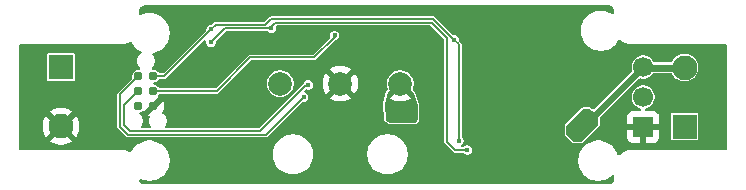
<source format=gbr>
%TF.GenerationSoftware,KiCad,Pcbnew,9.0.2*%
%TF.CreationDate,2025-07-09T21:54:35+02:00*%
%TF.ProjectId,drone_controller,64726f6e-655f-4636-9f6e-74726f6c6c65,rev?*%
%TF.SameCoordinates,Original*%
%TF.FileFunction,Copper,L2,Bot*%
%TF.FilePolarity,Positive*%
%FSLAX46Y46*%
G04 Gerber Fmt 4.6, Leading zero omitted, Abs format (unit mm)*
G04 Created by KiCad (PCBNEW 9.0.2) date 2025-07-09 21:54:35*
%MOMM*%
%LPD*%
G01*
G04 APERTURE LIST*
%TA.AperFunction,ComponentPad*%
%ADD10R,2.100000X2.100000*%
%TD*%
%TA.AperFunction,ComponentPad*%
%ADD11C,2.100000*%
%TD*%
%TA.AperFunction,ComponentPad*%
%ADD12R,1.700000X1.700000*%
%TD*%
%TA.AperFunction,ComponentPad*%
%ADD13C,1.700000*%
%TD*%
%TA.AperFunction,ComponentPad*%
%ADD14C,2.000000*%
%TD*%
%TA.AperFunction,ConnectorPad*%
%ADD15C,0.787400*%
%TD*%
%TA.AperFunction,ViaPad*%
%ADD16C,0.450000*%
%TD*%
%TA.AperFunction,ViaPad*%
%ADD17C,0.900000*%
%TD*%
%TA.AperFunction,Conductor*%
%ADD18C,0.200000*%
%TD*%
%TA.AperFunction,Conductor*%
%ADD19C,0.600000*%
%TD*%
G04 APERTURE END LIST*
D10*
%TO.P,J4,1,1*%
%TO.N,/DET_OUT+*%
X126700000Y-107100000D03*
D11*
%TO.P,J4,2,2*%
%TO.N,GND*%
X126700000Y-112100000D03*
%TD*%
D12*
%TO.P,J1,1,Pin_1*%
%TO.N,GND*%
X176000000Y-112160000D03*
D13*
%TO.P,J1,2,Pin_2*%
%TO.N,/IN1*%
X176000000Y-109620000D03*
%TO.P,J1,3,Pin_3*%
%TO.N,/5V0*%
X176000000Y-107080000D03*
%TD*%
D10*
%TO.P,J3,1,1*%
%TO.N,/IN2*%
X179500000Y-112120000D03*
D11*
%TO.P,J3,2,2*%
%TO.N,/5V0*%
X179500000Y-107120000D03*
%TD*%
D14*
%TO.P,SW1,1,B*%
%TO.N,/FET_5V0*%
X145270000Y-108475000D03*
%TO.P,SW1,2,A*%
%TO.N,/5V0*%
X155430000Y-108475000D03*
%TO.P,SW1,3,C*%
%TO.N,GND*%
X150350000Y-108475000D03*
%TD*%
D15*
%TO.P,J2,1,VCC*%
%TO.N,/3V3*%
X134535000Y-107830000D03*
%TO.P,J2,2,SWDIO*%
%TO.N,/SWDIO*%
X133265000Y-107830000D03*
%TO.P,J2,3,~{RESET}*%
%TO.N,/NRST*%
X134535000Y-109100000D03*
%TO.P,J2,4,SWCLK*%
%TO.N,/SWCLK*%
X133265000Y-109100000D03*
%TO.P,J2,5,GND*%
%TO.N,GND*%
X134535000Y-110370000D03*
%TO.P,J2,6,SWO*%
%TO.N,unconnected-(J2-SWO-Pad6)*%
X133265000Y-110370000D03*
%TD*%
D16*
%TO.N,GND*%
X158100000Y-106700000D03*
X141700000Y-105800000D03*
D17*
X170000000Y-115700000D03*
D16*
X154100000Y-104100000D03*
D17*
X170000000Y-109000000D03*
D16*
X154200000Y-106700000D03*
D17*
X170000000Y-107900000D03*
X170000000Y-110200000D03*
D16*
X136500000Y-108000000D03*
X143700000Y-109800000D03*
X143000000Y-107600000D03*
D17*
X170000000Y-114400000D03*
D16*
%TO.N,Net-(BUZZER1--)*%
X139400000Y-105000000D03*
X144520000Y-103810000D03*
X161100000Y-114100000D03*
%TO.N,/3V3*%
X139400000Y-103900000D03*
X160400000Y-113300000D03*
X160000000Y-104770000D03*
D17*
%TO.N,/5V0*%
X156200000Y-110800000D03*
X154900000Y-110800000D03*
X171500000Y-111600000D03*
X170500000Y-112700000D03*
D16*
%TO.N,/NRST*%
X149870000Y-104400000D03*
%TO.N,/SWDIO*%
X147240000Y-109630000D03*
%TO.N,/SWCLK*%
X147640000Y-108590000D03*
%TD*%
D18*
%TO.N,Net-(BUZZER1--)*%
X159400000Y-113400000D02*
X159400000Y-104633862D01*
X140590000Y-103810000D02*
X139400000Y-105000000D01*
X144520000Y-103660000D02*
X144520000Y-103810000D01*
X160100000Y-114100000D02*
X159400000Y-113400000D01*
X161100000Y-114100000D02*
X160100000Y-114100000D01*
X158094138Y-103328000D02*
X144852000Y-103328000D01*
X144852000Y-103328000D02*
X144520000Y-103660000D01*
X159400000Y-104633862D02*
X158094138Y-103328000D01*
X144520000Y-103810000D02*
X140590000Y-103810000D01*
%TO.N,/3V3*%
X135470000Y-107830000D02*
X134535000Y-107830000D01*
X139400000Y-103900000D02*
X139818000Y-103482000D01*
X144018000Y-103482000D02*
X144500000Y-103000000D01*
X139818000Y-103482000D02*
X144018000Y-103482000D01*
X144500000Y-103000000D02*
X158230000Y-103000000D01*
X158230000Y-103000000D02*
X160000000Y-104770000D01*
X139400000Y-103900000D02*
X135470000Y-107830000D01*
X160400000Y-113300000D02*
X160400000Y-105170000D01*
X160400000Y-105170000D02*
X160000000Y-104770000D01*
D19*
%TO.N,/5V0*%
X175570000Y-107080000D02*
X176000000Y-107080000D01*
X179500000Y-107120000D02*
X176040000Y-107120000D01*
X176000000Y-107100000D02*
X171500000Y-111600000D01*
X179460000Y-107080000D02*
X179500000Y-107120000D01*
X176040000Y-107120000D02*
X176000000Y-107080000D01*
X176000000Y-107080000D02*
X176000000Y-107100000D01*
D18*
%TO.N,/NRST*%
X149870000Y-104530000D02*
X148150000Y-106250000D01*
X142750000Y-106250000D02*
X139900000Y-109100000D01*
X139900000Y-109100000D02*
X134535000Y-109100000D01*
X149870000Y-104400000D02*
X149870000Y-104530000D01*
X148150000Y-106250000D02*
X142750000Y-106250000D01*
%TO.N,/SWDIO*%
X147240000Y-109630000D02*
X144051700Y-112818300D01*
X144051700Y-112818300D02*
X132395932Y-112818300D01*
X131705700Y-109389300D02*
X133265000Y-107830000D01*
X132395932Y-112818300D02*
X131705700Y-112128068D01*
X131705700Y-112128068D02*
X131705700Y-109389300D01*
%TO.N,/SWCLK*%
X147640000Y-108590000D02*
X147458341Y-108590000D01*
X132531794Y-112490300D02*
X132033700Y-111992206D01*
X143558041Y-112490300D02*
X132531794Y-112490300D01*
X132033700Y-111992206D02*
X132033700Y-110331300D01*
X147458341Y-108590000D02*
X143558041Y-112490300D01*
X132033700Y-110331300D02*
X133265000Y-109100000D01*
%TD*%
%TA.AperFunction,Conductor*%
%TO.N,GND*%
G36*
X173056922Y-101858396D02*
G01*
X173147266Y-101868576D01*
X173174324Y-101874751D01*
X173253541Y-101902470D01*
X173278546Y-101914513D01*
X173325729Y-101944161D01*
X173349597Y-101959159D01*
X173371304Y-101976470D01*
X173430633Y-102035799D01*
X173447947Y-102057510D01*
X173492587Y-102128557D01*
X173504634Y-102153573D01*
X173532347Y-102232773D01*
X173538526Y-102259847D01*
X173548682Y-102350006D01*
X173549461Y-102363884D01*
X173549461Y-102394147D01*
X173549461Y-102423001D01*
X173549461Y-102423003D01*
X173549462Y-102432995D01*
X173549462Y-102487132D01*
X173529777Y-102554171D01*
X173476973Y-102599926D01*
X173407815Y-102609870D01*
X173349983Y-102585514D01*
X173346780Y-102583056D01*
X173346776Y-102583054D01*
X173346774Y-102583052D01*
X173153726Y-102471595D01*
X173153722Y-102471593D01*
X172947790Y-102386293D01*
X172947783Y-102386291D01*
X172947781Y-102386290D01*
X172732463Y-102328596D01*
X172732457Y-102328595D01*
X172732452Y-102328594D01*
X172511466Y-102299501D01*
X172511463Y-102299500D01*
X172511457Y-102299500D01*
X172288543Y-102299500D01*
X172288537Y-102299500D01*
X172288533Y-102299501D01*
X172067547Y-102328594D01*
X172067540Y-102328595D01*
X172067537Y-102328596D01*
X171935840Y-102363884D01*
X171852219Y-102386290D01*
X171852209Y-102386293D01*
X171646277Y-102471593D01*
X171646273Y-102471595D01*
X171453226Y-102583052D01*
X171453217Y-102583058D01*
X171276377Y-102718751D01*
X171276370Y-102718757D01*
X171118757Y-102876370D01*
X171118751Y-102876377D01*
X170983058Y-103053217D01*
X170983052Y-103053226D01*
X170871595Y-103246273D01*
X170871593Y-103246277D01*
X170786293Y-103452209D01*
X170786290Y-103452219D01*
X170732201Y-103654085D01*
X170728597Y-103667534D01*
X170728594Y-103667547D01*
X170699501Y-103888533D01*
X170699500Y-103888549D01*
X170699500Y-104111450D01*
X170699501Y-104111466D01*
X170728594Y-104332452D01*
X170728595Y-104332457D01*
X170728596Y-104332463D01*
X170786290Y-104547780D01*
X170786293Y-104547790D01*
X170869136Y-104747790D01*
X170871595Y-104753726D01*
X170983052Y-104946774D01*
X170983057Y-104946780D01*
X170983058Y-104946782D01*
X171118751Y-105123622D01*
X171118757Y-105123629D01*
X171276370Y-105281242D01*
X171276377Y-105281248D01*
X171396219Y-105373205D01*
X171453226Y-105416948D01*
X171646274Y-105528405D01*
X171852219Y-105613710D01*
X172067537Y-105671404D01*
X172288543Y-105700500D01*
X172288550Y-105700500D01*
X172511450Y-105700500D01*
X172511457Y-105700500D01*
X172732463Y-105671404D01*
X172947781Y-105613710D01*
X173153726Y-105528405D01*
X173346774Y-105416948D01*
X173523624Y-105281247D01*
X173681247Y-105123624D01*
X173816948Y-104946774D01*
X173899018Y-104804626D01*
X173949585Y-104756410D01*
X174018192Y-104743188D01*
X174083057Y-104769156D01*
X174087604Y-104772910D01*
X174148454Y-104825641D01*
X174329022Y-104941692D01*
X174524268Y-105030863D01*
X174730217Y-105091339D01*
X174942677Y-105121888D01*
X174984108Y-105121888D01*
X182970531Y-105121888D01*
X183037570Y-105141573D01*
X183083325Y-105194377D01*
X183094531Y-105245888D01*
X183094531Y-113983478D01*
X183074846Y-114050517D01*
X183022042Y-114096272D01*
X182970531Y-114107478D01*
X175101378Y-114107478D01*
X175101324Y-114107462D01*
X175050000Y-114107462D01*
X174942678Y-114107462D01*
X174923206Y-114110261D01*
X174730223Y-114138007D01*
X174730217Y-114138009D01*
X174524268Y-114198482D01*
X174363650Y-114271836D01*
X174330273Y-114287080D01*
X174329031Y-114287647D01*
X174329018Y-114287653D01*
X174148460Y-114403692D01*
X174148448Y-114403700D01*
X174015942Y-114518520D01*
X173952387Y-114547546D01*
X173883228Y-114537603D01*
X173830424Y-114491848D01*
X173814964Y-114456899D01*
X173813712Y-114452226D01*
X173813706Y-114452209D01*
X173750784Y-114300302D01*
X173728405Y-114246274D01*
X173616948Y-114053226D01*
X173481247Y-113876376D01*
X173481242Y-113876370D01*
X173323629Y-113718757D01*
X173323622Y-113718751D01*
X173146782Y-113583058D01*
X173146780Y-113583057D01*
X173146774Y-113583052D01*
X172953726Y-113471595D01*
X172953722Y-113471593D01*
X172747790Y-113386293D01*
X172747783Y-113386291D01*
X172747781Y-113386290D01*
X172532463Y-113328596D01*
X172532457Y-113328595D01*
X172532452Y-113328594D01*
X172311466Y-113299501D01*
X172311463Y-113299500D01*
X172311457Y-113299500D01*
X172088543Y-113299500D01*
X172088537Y-113299500D01*
X172088533Y-113299501D01*
X171867547Y-113328594D01*
X171867540Y-113328595D01*
X171867537Y-113328596D01*
X171747413Y-113360783D01*
X171652219Y-113386290D01*
X171652209Y-113386293D01*
X171446277Y-113471593D01*
X171446273Y-113471595D01*
X171253226Y-113583052D01*
X171253217Y-113583058D01*
X171076377Y-113718751D01*
X171076370Y-113718757D01*
X170918757Y-113876370D01*
X170918751Y-113876377D01*
X170783058Y-114053217D01*
X170783052Y-114053226D01*
X170671595Y-114246273D01*
X170671593Y-114246277D01*
X170586293Y-114452209D01*
X170586290Y-114452219D01*
X170573354Y-114500499D01*
X170528597Y-114667534D01*
X170528594Y-114667547D01*
X170499501Y-114888533D01*
X170499500Y-114888549D01*
X170499500Y-115111450D01*
X170499501Y-115111466D01*
X170528594Y-115332452D01*
X170528595Y-115332457D01*
X170528596Y-115332463D01*
X170586290Y-115547780D01*
X170586293Y-115547790D01*
X170671593Y-115753722D01*
X170671595Y-115753726D01*
X170783052Y-115946774D01*
X170783057Y-115946780D01*
X170783058Y-115946782D01*
X170918751Y-116123622D01*
X170918757Y-116123629D01*
X171076370Y-116281242D01*
X171076377Y-116281248D01*
X171126668Y-116319837D01*
X171253226Y-116416948D01*
X171446274Y-116528405D01*
X171652219Y-116613710D01*
X171867537Y-116671404D01*
X172088543Y-116700500D01*
X172088550Y-116700500D01*
X172311450Y-116700500D01*
X172311457Y-116700500D01*
X172532463Y-116671404D01*
X172747781Y-116613710D01*
X172953726Y-116528405D01*
X173146774Y-116416948D01*
X173323624Y-116281247D01*
X173324409Y-116280462D01*
X173337781Y-116267091D01*
X173357217Y-116256478D01*
X173373951Y-116241978D01*
X173387282Y-116240061D01*
X173399104Y-116233606D01*
X173421190Y-116235185D01*
X173443109Y-116232034D01*
X173455360Y-116237629D01*
X173468796Y-116238590D01*
X173486522Y-116251860D01*
X173506665Y-116261059D01*
X173513947Y-116272390D01*
X173524729Y-116280462D01*
X173532466Y-116301207D01*
X173544439Y-116319837D01*
X173547590Y-116341755D01*
X173549146Y-116345926D01*
X173549462Y-116354772D01*
X173549462Y-116500034D01*
X173548669Y-116514031D01*
X173538330Y-116605037D01*
X173532063Y-116632285D01*
X173503947Y-116712001D01*
X173491730Y-116737157D01*
X173446462Y-116808551D01*
X173428922Y-116830327D01*
X173368808Y-116889763D01*
X173346836Y-116907054D01*
X173274940Y-116951507D01*
X173249647Y-116963438D01*
X173169610Y-116990652D01*
X173142292Y-116996611D01*
X173051033Y-117005932D01*
X173037046Y-117006566D01*
X172977044Y-117005894D01*
X172965004Y-117006616D01*
X133798770Y-117006616D01*
X133784777Y-117005824D01*
X133777492Y-117004996D01*
X133693768Y-116995487D01*
X133666521Y-116989220D01*
X133586788Y-116961101D01*
X133561635Y-116948887D01*
X133490237Y-116903622D01*
X133468462Y-116886086D01*
X133413324Y-116830327D01*
X133409016Y-116825969D01*
X133391726Y-116804002D01*
X133347257Y-116732090D01*
X133335318Y-116706775D01*
X133334692Y-116704933D01*
X133331758Y-116635125D01*
X133367031Y-116574812D01*
X133429312Y-116543144D01*
X133498827Y-116550175D01*
X133499378Y-116550401D01*
X133652219Y-116613710D01*
X133867537Y-116671404D01*
X134088543Y-116700500D01*
X134088550Y-116700500D01*
X134311450Y-116700500D01*
X134311457Y-116700500D01*
X134532463Y-116671404D01*
X134747781Y-116613710D01*
X134953726Y-116528405D01*
X135146774Y-116416948D01*
X135323624Y-116281247D01*
X135481247Y-116123624D01*
X135616948Y-115946774D01*
X135728405Y-115753726D01*
X135813710Y-115547781D01*
X135871404Y-115332463D01*
X135900500Y-115111457D01*
X135900500Y-114888543D01*
X135871404Y-114667537D01*
X135813710Y-114452219D01*
X135813705Y-114452209D01*
X135813704Y-114452203D01*
X135794954Y-114406936D01*
X135776982Y-114363549D01*
X144649500Y-114363549D01*
X144649500Y-114586450D01*
X144649501Y-114586466D01*
X144678594Y-114807452D01*
X144678595Y-114807457D01*
X144678596Y-114807463D01*
X144736290Y-115022780D01*
X144736293Y-115022790D01*
X144821593Y-115228722D01*
X144821595Y-115228726D01*
X144933052Y-115421774D01*
X144933057Y-115421780D01*
X144933058Y-115421782D01*
X145068751Y-115598622D01*
X145068757Y-115598629D01*
X145226370Y-115756242D01*
X145226376Y-115756247D01*
X145403226Y-115891948D01*
X145596274Y-116003405D01*
X145802219Y-116088710D01*
X146017537Y-116146404D01*
X146238543Y-116175500D01*
X146238550Y-116175500D01*
X146461450Y-116175500D01*
X146461457Y-116175500D01*
X146682463Y-116146404D01*
X146897781Y-116088710D01*
X147103726Y-116003405D01*
X147296774Y-115891948D01*
X147473624Y-115756247D01*
X147631247Y-115598624D01*
X147766948Y-115421774D01*
X147878405Y-115228726D01*
X147963710Y-115022781D01*
X148021404Y-114807463D01*
X148050500Y-114586457D01*
X148050500Y-114363549D01*
X152649500Y-114363549D01*
X152649500Y-114586450D01*
X152649501Y-114586466D01*
X152678594Y-114807452D01*
X152678595Y-114807457D01*
X152678596Y-114807463D01*
X152736290Y-115022780D01*
X152736293Y-115022790D01*
X152821593Y-115228722D01*
X152821595Y-115228726D01*
X152933052Y-115421774D01*
X152933057Y-115421780D01*
X152933058Y-115421782D01*
X153068751Y-115598622D01*
X153068757Y-115598629D01*
X153226370Y-115756242D01*
X153226376Y-115756247D01*
X153403226Y-115891948D01*
X153596274Y-116003405D01*
X153802219Y-116088710D01*
X154017537Y-116146404D01*
X154238543Y-116175500D01*
X154238550Y-116175500D01*
X154461450Y-116175500D01*
X154461457Y-116175500D01*
X154682463Y-116146404D01*
X154897781Y-116088710D01*
X155103726Y-116003405D01*
X155296774Y-115891948D01*
X155473624Y-115756247D01*
X155631247Y-115598624D01*
X155766948Y-115421774D01*
X155878405Y-115228726D01*
X155963710Y-115022781D01*
X156021404Y-114807463D01*
X156050500Y-114586457D01*
X156050500Y-114363543D01*
X156021404Y-114142537D01*
X155963710Y-113927219D01*
X155878405Y-113721274D01*
X155766948Y-113528226D01*
X155721893Y-113469509D01*
X155631248Y-113351377D01*
X155631242Y-113351370D01*
X155473629Y-113193757D01*
X155473622Y-113193751D01*
X155296782Y-113058058D01*
X155296780Y-113058057D01*
X155296774Y-113058052D01*
X155103726Y-112946595D01*
X155103722Y-112946593D01*
X154897790Y-112861293D01*
X154897783Y-112861291D01*
X154897781Y-112861290D01*
X154682463Y-112803596D01*
X154682457Y-112803595D01*
X154682452Y-112803594D01*
X154461466Y-112774501D01*
X154461463Y-112774500D01*
X154461457Y-112774500D01*
X154238543Y-112774500D01*
X154238537Y-112774500D01*
X154238533Y-112774501D01*
X154017547Y-112803594D01*
X154017540Y-112803595D01*
X154017537Y-112803596D01*
X153887284Y-112838497D01*
X153802219Y-112861290D01*
X153802209Y-112861293D01*
X153596277Y-112946593D01*
X153596273Y-112946595D01*
X153403226Y-113058052D01*
X153403217Y-113058058D01*
X153226377Y-113193751D01*
X153226370Y-113193757D01*
X153068757Y-113351370D01*
X153068751Y-113351377D01*
X152933058Y-113528217D01*
X152933052Y-113528226D01*
X152821595Y-113721273D01*
X152821593Y-113721277D01*
X152736293Y-113927209D01*
X152736290Y-113927219D01*
X152678597Y-114142534D01*
X152678594Y-114142547D01*
X152649501Y-114363533D01*
X152649500Y-114363549D01*
X148050500Y-114363549D01*
X148050500Y-114363543D01*
X148021404Y-114142537D01*
X147963710Y-113927219D01*
X147878405Y-113721274D01*
X147766948Y-113528226D01*
X147721893Y-113469509D01*
X147631248Y-113351377D01*
X147631242Y-113351370D01*
X147473629Y-113193757D01*
X147473622Y-113193751D01*
X147296782Y-113058058D01*
X147296780Y-113058057D01*
X147296774Y-113058052D01*
X147103726Y-112946595D01*
X147103722Y-112946593D01*
X146897790Y-112861293D01*
X146897783Y-112861291D01*
X146897781Y-112861290D01*
X146682463Y-112803596D01*
X146682457Y-112803595D01*
X146682452Y-112803594D01*
X146461466Y-112774501D01*
X146461463Y-112774500D01*
X146461457Y-112774500D01*
X146238543Y-112774500D01*
X146238537Y-112774500D01*
X146238533Y-112774501D01*
X146017547Y-112803594D01*
X146017540Y-112803595D01*
X146017537Y-112803596D01*
X145887284Y-112838497D01*
X145802219Y-112861290D01*
X145802209Y-112861293D01*
X145596277Y-112946593D01*
X145596273Y-112946595D01*
X145403226Y-113058052D01*
X145403217Y-113058058D01*
X145226377Y-113193751D01*
X145226370Y-113193757D01*
X145068757Y-113351370D01*
X145068751Y-113351377D01*
X144933058Y-113528217D01*
X144933052Y-113528226D01*
X144821595Y-113721273D01*
X144821593Y-113721277D01*
X144736293Y-113927209D01*
X144736290Y-113927219D01*
X144678597Y-114142534D01*
X144678594Y-114142547D01*
X144649501Y-114363533D01*
X144649500Y-114363549D01*
X135776982Y-114363549D01*
X135728406Y-114246277D01*
X135728405Y-114246274D01*
X135616948Y-114053226D01*
X135481247Y-113876376D01*
X135481242Y-113876370D01*
X135323629Y-113718757D01*
X135323622Y-113718751D01*
X135146782Y-113583058D01*
X135146780Y-113583057D01*
X135146774Y-113583052D01*
X134953726Y-113471595D01*
X134953722Y-113471593D01*
X134747790Y-113386293D01*
X134747783Y-113386291D01*
X134747781Y-113386290D01*
X134532463Y-113328596D01*
X134532457Y-113328595D01*
X134532452Y-113328594D01*
X134311466Y-113299501D01*
X134311463Y-113299500D01*
X134311457Y-113299500D01*
X134088543Y-113299500D01*
X134088537Y-113299500D01*
X134088533Y-113299501D01*
X133867547Y-113328594D01*
X133867540Y-113328595D01*
X133867537Y-113328596D01*
X133747413Y-113360783D01*
X133652219Y-113386290D01*
X133652209Y-113386293D01*
X133446277Y-113471593D01*
X133446273Y-113471595D01*
X133253226Y-113583052D01*
X133253217Y-113583058D01*
X133076377Y-113718751D01*
X133076370Y-113718757D01*
X132918757Y-113876370D01*
X132918751Y-113876377D01*
X132783058Y-114053217D01*
X132783052Y-114053226D01*
X132675872Y-114238865D01*
X132625304Y-114287080D01*
X132556697Y-114300302D01*
X132511566Y-114286558D01*
X132511515Y-114286672D01*
X132510645Y-114286278D01*
X132509472Y-114285921D01*
X132507507Y-114284858D01*
X132313496Y-114197038D01*
X132313494Y-114197037D01*
X132109019Y-114137492D01*
X132109016Y-114137491D01*
X132109004Y-114137489D01*
X131898184Y-114107418D01*
X131791699Y-114107478D01*
X123270931Y-114107478D01*
X123203892Y-114087793D01*
X123158137Y-114034989D01*
X123146931Y-113983478D01*
X123146931Y-111978006D01*
X125150000Y-111978006D01*
X125150000Y-112221993D01*
X125188165Y-112462959D01*
X125263560Y-112694998D01*
X125374323Y-112912380D01*
X125441543Y-113004901D01*
X125441544Y-113004902D01*
X126135388Y-112311058D01*
X126140890Y-112331591D01*
X126219882Y-112468408D01*
X126331592Y-112580118D01*
X126468409Y-112659110D01*
X126488940Y-112664611D01*
X125795096Y-113358454D01*
X125795097Y-113358456D01*
X125887619Y-113425676D01*
X126105001Y-113536439D01*
X126337040Y-113611834D01*
X126578007Y-113650000D01*
X126821993Y-113650000D01*
X127062959Y-113611834D01*
X127294998Y-113536439D01*
X127512377Y-113425678D01*
X127604901Y-113358454D01*
X127604902Y-113358454D01*
X126911058Y-112664611D01*
X126931591Y-112659110D01*
X127068408Y-112580118D01*
X127180118Y-112468408D01*
X127259110Y-112331591D01*
X127264611Y-112311059D01*
X127958454Y-113004902D01*
X127958454Y-113004901D01*
X128025678Y-112912377D01*
X128136439Y-112694998D01*
X128211834Y-112462959D01*
X128250000Y-112221993D01*
X128250000Y-111978006D01*
X128211834Y-111737040D01*
X128136439Y-111505001D01*
X128025676Y-111287619D01*
X127958456Y-111195097D01*
X127958454Y-111195096D01*
X127264611Y-111888940D01*
X127259110Y-111868409D01*
X127180118Y-111731592D01*
X127068408Y-111619882D01*
X126931591Y-111540890D01*
X126911057Y-111535388D01*
X127604902Y-110841544D01*
X127604901Y-110841543D01*
X127512380Y-110774323D01*
X127294998Y-110663560D01*
X127062959Y-110588165D01*
X126821993Y-110550000D01*
X126578007Y-110550000D01*
X126337040Y-110588165D01*
X126105001Y-110663560D01*
X125887626Y-110774319D01*
X125795097Y-110841544D01*
X126488941Y-111535388D01*
X126468409Y-111540890D01*
X126331592Y-111619882D01*
X126219882Y-111731592D01*
X126140890Y-111868409D01*
X126135388Y-111888941D01*
X125441544Y-111195097D01*
X125374319Y-111287626D01*
X125263560Y-111505001D01*
X125188165Y-111737040D01*
X125150000Y-111978006D01*
X123146931Y-111978006D01*
X123146931Y-106037441D01*
X125522500Y-106037441D01*
X125522500Y-108162558D01*
X125529898Y-108199749D01*
X125558077Y-108241922D01*
X125600250Y-108270101D01*
X125600252Y-108270102D01*
X125628205Y-108275662D01*
X125637441Y-108277500D01*
X125637442Y-108277500D01*
X127762559Y-108277500D01*
X127769957Y-108276028D01*
X127799748Y-108270102D01*
X127841922Y-108241922D01*
X127870102Y-108199748D01*
X127877500Y-108162558D01*
X127877500Y-106037442D01*
X127870102Y-106000252D01*
X127857037Y-105980699D01*
X127841922Y-105958077D01*
X127799749Y-105929898D01*
X127762559Y-105922500D01*
X127762558Y-105922500D01*
X125637442Y-105922500D01*
X125637441Y-105922500D01*
X125600250Y-105929898D01*
X125558077Y-105958077D01*
X125529898Y-106000250D01*
X125522500Y-106037441D01*
X123146931Y-106037441D01*
X123146931Y-105245888D01*
X123166616Y-105178849D01*
X123219420Y-105133094D01*
X123270931Y-105121888D01*
X131865597Y-105121888D01*
X131865916Y-105121867D01*
X131899011Y-105121867D01*
X131899014Y-105121867D01*
X132111458Y-105091323D01*
X132282396Y-105041132D01*
X132317384Y-105030859D01*
X132317386Y-105030857D01*
X132317393Y-105030856D01*
X132512626Y-104941697D01*
X132514096Y-104940751D01*
X132514659Y-104940586D01*
X132516512Y-104939575D01*
X132516731Y-104939977D01*
X132581134Y-104921062D01*
X132648175Y-104940741D01*
X132688531Y-104983061D01*
X132739451Y-105071255D01*
X132783052Y-105146774D01*
X132783057Y-105146780D01*
X132783058Y-105146782D01*
X132918751Y-105323622D01*
X132918757Y-105323629D01*
X133076370Y-105481242D01*
X133076377Y-105481248D01*
X133137834Y-105528405D01*
X133253226Y-105616948D01*
X133446274Y-105728405D01*
X133451638Y-105730626D01*
X133506042Y-105774465D01*
X133528109Y-105840759D01*
X133510832Y-105908459D01*
X133473081Y-105948290D01*
X133424578Y-105980699D01*
X133320701Y-106084576D01*
X133320698Y-106084580D01*
X133239083Y-106206724D01*
X133239078Y-106206733D01*
X133182861Y-106342455D01*
X133182858Y-106342465D01*
X133154200Y-106486540D01*
X133154200Y-106633459D01*
X133182858Y-106777534D01*
X133182861Y-106777544D01*
X133239078Y-106913266D01*
X133239083Y-106913275D01*
X133320698Y-107035419D01*
X133320701Y-107035423D01*
X133382397Y-107097119D01*
X133415882Y-107158442D01*
X133410898Y-107228134D01*
X133369026Y-107284067D01*
X133303562Y-107308484D01*
X133294716Y-107308800D01*
X133196383Y-107308800D01*
X133063823Y-107344319D01*
X132944976Y-107412937D01*
X132944973Y-107412939D01*
X132847939Y-107509973D01*
X132847937Y-107509976D01*
X132779319Y-107628823D01*
X132744837Y-107757511D01*
X132743800Y-107761383D01*
X132743800Y-107898617D01*
X132751128Y-107925966D01*
X132752923Y-107932666D01*
X132751258Y-108002516D01*
X132720828Y-108052437D01*
X131862789Y-108910478D01*
X131576832Y-109196435D01*
X131512835Y-109260432D01*
X131499401Y-109292865D01*
X131478200Y-109344046D01*
X131478200Y-112173321D01*
X131512836Y-112256938D01*
X132203067Y-112947168D01*
X132267064Y-113011165D01*
X132350679Y-113045800D01*
X132350680Y-113045800D01*
X144096952Y-113045800D01*
X144096953Y-113045800D01*
X144180568Y-113011165D01*
X146960936Y-110230795D01*
X153969362Y-110230795D01*
X153969363Y-110230814D01*
X154062978Y-111541419D01*
X154062979Y-111541429D01*
X154068119Y-111569690D01*
X154081923Y-111616204D01*
X154083320Y-111620910D01*
X154117202Y-111677451D01*
X154166894Y-111726565D01*
X154197218Y-111748989D01*
X154197220Y-111748990D01*
X154197230Y-111748996D01*
X154481073Y-111901835D01*
X154481076Y-111901836D01*
X154481078Y-111901836D01*
X154481084Y-111901840D01*
X154511508Y-111913657D01*
X154570295Y-111928479D01*
X154602689Y-111932500D01*
X154602693Y-111932500D01*
X156671593Y-111932500D01*
X156679275Y-111931939D01*
X156690809Y-111931098D01*
X156710614Y-111928194D01*
X156726399Y-111925880D01*
X156726400Y-111925879D01*
X156726404Y-111925879D01*
X156779435Y-111905848D01*
X156838002Y-111867748D01*
X156866366Y-111842893D01*
X156970779Y-111721034D01*
X156976455Y-111713930D01*
X156986608Y-111700288D01*
X156987640Y-111698218D01*
X156993917Y-111687103D01*
X157000936Y-111676050D01*
X157007155Y-111659089D01*
X157007454Y-111658490D01*
X157007771Y-111657409D01*
X157020333Y-111623151D01*
X157021294Y-111616186D01*
X157025151Y-111598219D01*
X157027132Y-111591474D01*
X157032500Y-111554141D01*
X157032500Y-110319112D01*
X157030953Y-110298925D01*
X157025197Y-110261585D01*
X157020594Y-110241872D01*
X156788789Y-109507827D01*
X156699327Y-109224526D01*
X156699325Y-109224521D01*
X156682273Y-109196435D01*
X156666667Y-109170729D01*
X156511178Y-109015240D01*
X156477693Y-108953917D01*
X156480927Y-108889242D01*
X156529737Y-108739023D01*
X156557500Y-108563736D01*
X156557500Y-108386264D01*
X156529737Y-108210977D01*
X156529736Y-108210973D01*
X156529736Y-108210972D01*
X156474896Y-108042192D01*
X156462644Y-108018146D01*
X156394324Y-107884061D01*
X156340745Y-107810315D01*
X156290014Y-107740489D01*
X156290010Y-107740484D01*
X156164515Y-107614989D01*
X156164510Y-107614985D01*
X156020942Y-107510678D01*
X156020941Y-107510677D01*
X156020939Y-107510676D01*
X155941874Y-107470390D01*
X155862807Y-107430103D01*
X155694026Y-107375263D01*
X155562557Y-107354440D01*
X155518736Y-107347500D01*
X155341264Y-107347500D01*
X155282835Y-107356754D01*
X155165975Y-107375263D01*
X155165972Y-107375263D01*
X154997192Y-107430103D01*
X154839057Y-107510678D01*
X154695489Y-107614985D01*
X154695484Y-107614989D01*
X154569989Y-107740484D01*
X154569985Y-107740489D01*
X154465678Y-107884057D01*
X154385103Y-108042192D01*
X154330263Y-108210972D01*
X154330263Y-108210975D01*
X154302500Y-108386264D01*
X154302500Y-108563735D01*
X154330263Y-108739024D01*
X154330263Y-108739027D01*
X154379070Y-108889239D01*
X154381065Y-108959080D01*
X154348822Y-109015237D01*
X154294213Y-109069847D01*
X154260239Y-109128077D01*
X153978068Y-110143889D01*
X153978063Y-110143910D01*
X153973895Y-110166142D01*
X153969685Y-110208170D01*
X153969684Y-110208186D01*
X153969362Y-110230795D01*
X146960936Y-110230795D01*
X147124913Y-110066818D01*
X147186236Y-110033334D01*
X147212594Y-110030500D01*
X147292725Y-110030500D01*
X147292727Y-110030500D01*
X147394587Y-110003207D01*
X147485913Y-109950480D01*
X147560480Y-109875913D01*
X147613207Y-109784587D01*
X147640500Y-109682727D01*
X147640500Y-109577273D01*
X147613207Y-109475413D01*
X147560480Y-109384087D01*
X147485913Y-109309520D01*
X147402175Y-109261174D01*
X147394589Y-109256794D01*
X147394587Y-109256793D01*
X147380178Y-109252932D01*
X147374995Y-109249772D01*
X147368942Y-109249340D01*
X147345513Y-109231801D01*
X147320519Y-109216565D01*
X147317866Y-109211104D01*
X147313009Y-109207468D01*
X147302782Y-109180048D01*
X147289992Y-109153717D01*
X147290712Y-109147690D01*
X147288592Y-109142004D01*
X147294812Y-109113407D01*
X147298289Y-109084342D01*
X147302483Y-109078144D01*
X147303444Y-109073731D01*
X147324592Y-109045480D01*
X147372844Y-108997228D01*
X147434165Y-108963745D01*
X147492611Y-108965135D01*
X147587273Y-108990500D01*
X147587276Y-108990500D01*
X147692725Y-108990500D01*
X147692727Y-108990500D01*
X147794587Y-108963207D01*
X147885913Y-108910480D01*
X147960480Y-108835913D01*
X148013207Y-108744587D01*
X148040500Y-108642727D01*
X148040500Y-108537273D01*
X148013207Y-108435413D01*
X147967905Y-108356947D01*
X148850000Y-108356947D01*
X148850000Y-108593052D01*
X148886934Y-108826247D01*
X148959897Y-109050802D01*
X149067087Y-109261174D01*
X149127338Y-109344104D01*
X149127340Y-109344105D01*
X149867037Y-108604408D01*
X149884075Y-108667993D01*
X149949901Y-108782007D01*
X150042993Y-108875099D01*
X150157007Y-108940925D01*
X150220590Y-108957962D01*
X149480893Y-109697658D01*
X149563828Y-109757914D01*
X149774197Y-109865102D01*
X149998752Y-109938065D01*
X149998751Y-109938065D01*
X150231948Y-109975000D01*
X150468052Y-109975000D01*
X150701247Y-109938065D01*
X150925802Y-109865102D01*
X151136163Y-109757918D01*
X151136169Y-109757914D01*
X151219104Y-109697658D01*
X151219105Y-109697658D01*
X150479408Y-108957962D01*
X150542993Y-108940925D01*
X150657007Y-108875099D01*
X150750099Y-108782007D01*
X150815925Y-108667993D01*
X150832962Y-108604409D01*
X151572658Y-109344105D01*
X151572658Y-109344104D01*
X151632914Y-109261169D01*
X151632918Y-109261163D01*
X151740102Y-109050802D01*
X151813065Y-108826247D01*
X151850000Y-108593052D01*
X151850000Y-108356947D01*
X151813065Y-108123752D01*
X151740102Y-107899197D01*
X151632914Y-107688828D01*
X151572658Y-107605894D01*
X151572658Y-107605893D01*
X150832962Y-108345590D01*
X150815925Y-108282007D01*
X150750099Y-108167993D01*
X150657007Y-108074901D01*
X150542993Y-108009075D01*
X150479409Y-107992037D01*
X151219105Y-107252340D01*
X151219104Y-107252338D01*
X151136174Y-107192087D01*
X150925802Y-107084897D01*
X150701247Y-107011934D01*
X150701248Y-107011934D01*
X150468052Y-106975000D01*
X150231948Y-106975000D01*
X149998752Y-107011934D01*
X149774197Y-107084897D01*
X149563830Y-107192084D01*
X149480894Y-107252340D01*
X150220591Y-107992037D01*
X150157007Y-108009075D01*
X150042993Y-108074901D01*
X149949901Y-108167993D01*
X149884075Y-108282007D01*
X149867037Y-108345590D01*
X149127340Y-107605894D01*
X149067084Y-107688830D01*
X148959897Y-107899197D01*
X148886934Y-108123752D01*
X148850000Y-108356947D01*
X147967905Y-108356947D01*
X147960480Y-108344087D01*
X147885913Y-108269520D01*
X147794587Y-108216793D01*
X147692727Y-108189500D01*
X147587273Y-108189500D01*
X147485413Y-108216793D01*
X147485410Y-108216794D01*
X147394085Y-108269521D01*
X147319522Y-108344084D01*
X147319520Y-108344086D01*
X147319520Y-108344087D01*
X147314986Y-108351940D01*
X147266793Y-108435412D01*
X147266460Y-108436656D01*
X147265816Y-108437770D01*
X147263684Y-108442919D01*
X147263005Y-108442638D01*
X147234367Y-108492239D01*
X143500127Y-112226481D01*
X143438804Y-112259966D01*
X143412446Y-112262800D01*
X135628813Y-112262800D01*
X135561774Y-112243115D01*
X135516019Y-112190311D01*
X135506075Y-112121153D01*
X135525711Y-112069909D01*
X135576916Y-111993275D01*
X135576916Y-111993274D01*
X135576920Y-111993269D01*
X135633140Y-111857542D01*
X135661800Y-111713455D01*
X135661800Y-111566545D01*
X135633140Y-111422458D01*
X135576920Y-111286731D01*
X135576919Y-111286730D01*
X135576916Y-111286724D01*
X135495301Y-111164580D01*
X135495298Y-111164576D01*
X135391420Y-111060698D01*
X135326466Y-111017298D01*
X135281661Y-110963686D01*
X135272954Y-110894361D01*
X135292255Y-110845305D01*
X135326982Y-110793331D01*
X135326987Y-110793323D01*
X135394354Y-110630683D01*
X135394356Y-110630677D01*
X135428700Y-110458024D01*
X135428700Y-110281975D01*
X135394356Y-110109322D01*
X135394354Y-110109316D01*
X135326986Y-109946675D01*
X135320934Y-109937618D01*
X134711777Y-110546777D01*
X134102618Y-111155934D01*
X134102618Y-111155935D01*
X134111677Y-111161987D01*
X134163620Y-111183503D01*
X134218024Y-111227343D01*
X134240089Y-111293638D01*
X134230730Y-111345515D01*
X134198861Y-111422456D01*
X134198858Y-111422465D01*
X134170200Y-111566540D01*
X134170200Y-111713459D01*
X134195946Y-111842893D01*
X134198860Y-111857542D01*
X134203361Y-111868409D01*
X134255078Y-111993266D01*
X134255083Y-111993275D01*
X134306289Y-112069909D01*
X134327167Y-112136586D01*
X134308683Y-112203966D01*
X134256704Y-112250657D01*
X134203187Y-112262800D01*
X133596813Y-112262800D01*
X133529774Y-112243115D01*
X133484019Y-112190311D01*
X133474075Y-112121153D01*
X133493711Y-112069909D01*
X133544916Y-111993275D01*
X133544916Y-111993274D01*
X133544920Y-111993269D01*
X133601140Y-111857542D01*
X133629800Y-111713455D01*
X133629800Y-111566545D01*
X133601140Y-111422458D01*
X133544920Y-111286731D01*
X133544919Y-111286730D01*
X133544916Y-111286724D01*
X133463301Y-111164580D01*
X133463298Y-111164576D01*
X133372156Y-111073434D01*
X133338671Y-111012111D01*
X133343655Y-110942419D01*
X133385527Y-110886486D01*
X133404798Y-110874637D01*
X133415835Y-110869169D01*
X133466176Y-110855681D01*
X133585024Y-110787063D01*
X133588389Y-110783697D01*
X133602111Y-110776901D01*
X133625078Y-110772856D01*
X133646826Y-110764448D01*
X133658840Y-110766911D01*
X133670922Y-110764784D01*
X133692429Y-110773798D01*
X133715272Y-110778482D01*
X133725365Y-110787603D01*
X133735360Y-110791792D01*
X133742179Y-110801702D01*
X133749064Y-110802380D01*
X134145127Y-110406319D01*
X134206450Y-110372834D01*
X134232808Y-110370000D01*
X134535000Y-110370000D01*
X134535000Y-110067807D01*
X134554685Y-110000768D01*
X134571319Y-109980126D01*
X134967380Y-109584064D01*
X134966613Y-109576280D01*
X134958361Y-109564423D01*
X134939322Y-109541643D01*
X134938620Y-109536058D01*
X134935407Y-109531441D01*
X134934313Y-109501777D01*
X134930613Y-109472318D01*
X134932986Y-109465764D01*
X134932834Y-109461619D01*
X134939362Y-109448161D01*
X134946304Y-109428996D01*
X134950962Y-109421124D01*
X134952063Y-109420024D01*
X134970022Y-109388918D01*
X134970361Y-109388346D01*
X134995427Y-109364956D01*
X135020256Y-109341283D01*
X135020988Y-109341105D01*
X135021445Y-109340679D01*
X135026618Y-109339739D01*
X135077074Y-109327500D01*
X139945252Y-109327500D01*
X139945253Y-109327500D01*
X140028868Y-109292865D01*
X140935469Y-108386264D01*
X144142500Y-108386264D01*
X144142500Y-108563735D01*
X144170263Y-108739024D01*
X144170263Y-108739027D01*
X144225103Y-108907807D01*
X144251228Y-108959080D01*
X144297963Y-109050802D01*
X144305678Y-109065942D01*
X144409985Y-109209510D01*
X144409989Y-109209515D01*
X144535484Y-109335010D01*
X144535489Y-109335014D01*
X144603033Y-109384087D01*
X144679061Y-109439324D01*
X144824602Y-109513481D01*
X144837192Y-109519896D01*
X145005973Y-109574736D01*
X145005974Y-109574736D01*
X145005977Y-109574737D01*
X145181264Y-109602500D01*
X145181265Y-109602500D01*
X145358735Y-109602500D01*
X145358736Y-109602500D01*
X145534023Y-109574737D01*
X145534026Y-109574736D01*
X145534027Y-109574736D01*
X145702807Y-109519896D01*
X145702807Y-109519895D01*
X145702810Y-109519895D01*
X145860939Y-109439324D01*
X146004517Y-109335009D01*
X146130009Y-109209517D01*
X146234324Y-109065939D01*
X146314895Y-108907810D01*
X146330193Y-108860728D01*
X146369736Y-108739027D01*
X146369736Y-108739026D01*
X146369737Y-108739023D01*
X146397500Y-108563736D01*
X146397500Y-108386264D01*
X146369737Y-108210977D01*
X146369736Y-108210973D01*
X146369736Y-108210972D01*
X146314896Y-108042192D01*
X146302644Y-108018146D01*
X146234324Y-107884061D01*
X146180745Y-107810315D01*
X146130014Y-107740489D01*
X146130010Y-107740484D01*
X146004515Y-107614989D01*
X146004510Y-107614985D01*
X145860942Y-107510678D01*
X145860941Y-107510677D01*
X145860939Y-107510676D01*
X145781874Y-107470390D01*
X145702807Y-107430103D01*
X145664110Y-107417530D01*
X145534026Y-107375263D01*
X145402557Y-107354440D01*
X145358736Y-107347500D01*
X145181264Y-107347500D01*
X145122835Y-107356754D01*
X145005975Y-107375263D01*
X145005972Y-107375263D01*
X144837192Y-107430103D01*
X144679057Y-107510678D01*
X144535489Y-107614985D01*
X144535484Y-107614989D01*
X144409989Y-107740484D01*
X144409985Y-107740489D01*
X144305678Y-107884057D01*
X144225103Y-108042192D01*
X144170263Y-108210972D01*
X144170263Y-108210975D01*
X144142500Y-108386264D01*
X140935469Y-108386264D01*
X142807915Y-106513819D01*
X142869238Y-106480334D01*
X142895596Y-106477500D01*
X148195252Y-106477500D01*
X148195253Y-106477500D01*
X148278868Y-106442865D01*
X149897193Y-104824539D01*
X149952776Y-104792448D01*
X150024587Y-104773207D01*
X150115913Y-104720480D01*
X150190480Y-104645913D01*
X150243207Y-104554587D01*
X150270500Y-104452727D01*
X150270500Y-104347273D01*
X150243207Y-104245413D01*
X150190480Y-104154087D01*
X150115913Y-104079520D01*
X150024587Y-104026793D01*
X149922727Y-103999500D01*
X149817273Y-103999500D01*
X149715413Y-104026793D01*
X149715410Y-104026794D01*
X149624085Y-104079521D01*
X149549521Y-104154085D01*
X149496794Y-104245410D01*
X149496793Y-104245413D01*
X149469500Y-104347273D01*
X149469500Y-104452726D01*
X149483946Y-104506639D01*
X149482283Y-104576488D01*
X149451852Y-104626413D01*
X148092086Y-105986181D01*
X148030763Y-106019666D01*
X148004405Y-106022500D01*
X142704744Y-106022500D01*
X142689614Y-106028768D01*
X142689613Y-106028768D01*
X142621137Y-106057131D01*
X142621129Y-106057136D01*
X139842086Y-108836181D01*
X139780763Y-108869666D01*
X139754405Y-108872500D01*
X135077074Y-108872500D01*
X135010035Y-108852815D01*
X134969688Y-108810502D01*
X134952063Y-108779976D01*
X134911110Y-108739023D01*
X134855024Y-108682937D01*
X134829141Y-108667993D01*
X134736177Y-108614319D01*
X134626906Y-108585040D01*
X134603129Y-108570546D01*
X134577797Y-108558978D01*
X134573705Y-108552611D01*
X134567246Y-108548674D01*
X134555080Y-108523630D01*
X134540023Y-108500200D01*
X134538477Y-108489451D01*
X134536717Y-108485827D01*
X134535000Y-108465265D01*
X134535000Y-108464734D01*
X134554685Y-108397695D01*
X134607489Y-108351940D01*
X134626901Y-108344960D01*
X134736176Y-108315681D01*
X134855024Y-108247063D01*
X134952063Y-108150024D01*
X134962524Y-108131904D01*
X134969688Y-108119498D01*
X135020256Y-108071283D01*
X135077074Y-108057500D01*
X135515252Y-108057500D01*
X135515253Y-108057500D01*
X135598868Y-108022865D01*
X138791243Y-104830488D01*
X138852566Y-104797004D01*
X138922258Y-104801988D01*
X138978191Y-104843860D01*
X139002608Y-104909324D01*
X138999764Y-104939112D01*
X139000561Y-104939217D01*
X138999500Y-104947271D01*
X138999500Y-104947273D01*
X138999500Y-105052727D01*
X139026793Y-105154587D01*
X139079520Y-105245913D01*
X139154087Y-105320480D01*
X139245413Y-105373207D01*
X139347273Y-105400500D01*
X139347275Y-105400500D01*
X139452725Y-105400500D01*
X139452727Y-105400500D01*
X139554587Y-105373207D01*
X139645913Y-105320480D01*
X139720480Y-105245913D01*
X139773207Y-105154587D01*
X139800500Y-105052727D01*
X139800500Y-104972594D01*
X139820185Y-104905555D01*
X139836819Y-104884913D01*
X140647914Y-104073819D01*
X140709237Y-104040334D01*
X140735595Y-104037500D01*
X144129744Y-104037500D01*
X144196783Y-104057185D01*
X144217425Y-104073818D01*
X144274087Y-104130480D01*
X144365413Y-104183207D01*
X144467273Y-104210500D01*
X144467275Y-104210500D01*
X144572725Y-104210500D01*
X144572727Y-104210500D01*
X144674587Y-104183207D01*
X144765913Y-104130480D01*
X144840480Y-104055913D01*
X144893207Y-103964587D01*
X144920500Y-103862727D01*
X144920500Y-103757273D01*
X144908260Y-103711592D01*
X144909923Y-103641743D01*
X144949086Y-103583881D01*
X145013315Y-103556377D01*
X145028035Y-103555500D01*
X157948543Y-103555500D01*
X158015582Y-103575185D01*
X158036224Y-103591819D01*
X159136181Y-104691776D01*
X159169666Y-104753099D01*
X159172500Y-104779457D01*
X159172500Y-113354747D01*
X159172500Y-113445253D01*
X159206865Y-113528217D01*
X159207136Y-113528870D01*
X159907135Y-114228868D01*
X159971132Y-114292865D01*
X160054747Y-114327500D01*
X160709744Y-114327500D01*
X160776783Y-114347185D01*
X160797425Y-114363818D01*
X160854087Y-114420480D01*
X160945413Y-114473207D01*
X161047273Y-114500500D01*
X161047275Y-114500500D01*
X161152725Y-114500500D01*
X161152727Y-114500500D01*
X161254587Y-114473207D01*
X161345913Y-114420480D01*
X161420480Y-114345913D01*
X161473207Y-114254587D01*
X161500500Y-114152727D01*
X161500500Y-114047273D01*
X161473207Y-113945413D01*
X161420480Y-113854087D01*
X161345913Y-113779520D01*
X161254587Y-113726793D01*
X161152727Y-113699500D01*
X161047273Y-113699500D01*
X160945413Y-113726793D01*
X160945410Y-113726794D01*
X160854087Y-113779520D01*
X160797425Y-113836182D01*
X160736101Y-113869666D01*
X160709744Y-113872500D01*
X160672175Y-113872500D01*
X160605136Y-113852815D01*
X160559381Y-113800011D01*
X160549437Y-113730853D01*
X160578462Y-113667297D01*
X160610173Y-113641114D01*
X160645913Y-113620480D01*
X160720480Y-113545913D01*
X160773207Y-113454587D01*
X160800500Y-113352727D01*
X160800500Y-113247273D01*
X160773207Y-113145413D01*
X160720480Y-113054087D01*
X160663818Y-112997425D01*
X160630334Y-112936101D01*
X160627500Y-112909744D01*
X160627500Y-112051358D01*
X169367500Y-112051358D01*
X169367500Y-112748629D01*
X169368259Y-112762808D01*
X169371091Y-112789150D01*
X169371095Y-112789170D01*
X169386539Y-112838491D01*
X169420027Y-112899821D01*
X169442619Y-112930001D01*
X169442622Y-112930005D01*
X169442627Y-112930011D01*
X169969989Y-113457373D01*
X169980542Y-113466852D01*
X170001184Y-113483486D01*
X170001187Y-113483487D01*
X170001189Y-113483489D01*
X170046992Y-113507448D01*
X170046993Y-113507449D01*
X170094347Y-113521353D01*
X170114031Y-113527133D01*
X170114029Y-113527133D01*
X170126099Y-113528868D01*
X170151362Y-113532500D01*
X170151364Y-113532500D01*
X170748629Y-113532500D01*
X170748638Y-113532500D01*
X170762803Y-113531741D01*
X170789161Y-113528907D01*
X170838497Y-113513458D01*
X170899820Y-113479973D01*
X170930011Y-113457373D01*
X172257373Y-112130011D01*
X172266852Y-112119458D01*
X172283486Y-112098816D01*
X172307448Y-112053008D01*
X172307932Y-112051362D01*
X172318950Y-112013835D01*
X172327133Y-111985969D01*
X172332500Y-111948638D01*
X172332500Y-111423437D01*
X172341144Y-111393996D01*
X172347668Y-111364010D01*
X172351422Y-111358994D01*
X172352185Y-111356398D01*
X172368814Y-111335761D01*
X172442420Y-111262155D01*
X174650000Y-111262155D01*
X174650000Y-111910000D01*
X175566988Y-111910000D01*
X175534075Y-111967007D01*
X175500000Y-112094174D01*
X175500000Y-112225826D01*
X175534075Y-112352993D01*
X175566988Y-112410000D01*
X174650000Y-112410000D01*
X174650000Y-113057844D01*
X174656401Y-113117372D01*
X174656403Y-113117379D01*
X174706645Y-113252086D01*
X174706649Y-113252093D01*
X174792809Y-113367187D01*
X174792812Y-113367190D01*
X174907906Y-113453350D01*
X174907913Y-113453354D01*
X175042620Y-113503596D01*
X175042627Y-113503598D01*
X175102155Y-113509999D01*
X175102172Y-113510000D01*
X175750000Y-113510000D01*
X175750000Y-112593012D01*
X175807007Y-112625925D01*
X175934174Y-112660000D01*
X176065826Y-112660000D01*
X176192993Y-112625925D01*
X176250000Y-112593012D01*
X176250000Y-113510000D01*
X176897828Y-113510000D01*
X176897844Y-113509999D01*
X176957372Y-113503598D01*
X176957379Y-113503596D01*
X177092086Y-113453354D01*
X177092093Y-113453350D01*
X177207187Y-113367190D01*
X177207190Y-113367187D01*
X177293350Y-113252093D01*
X177293354Y-113252086D01*
X177343596Y-113117379D01*
X177343598Y-113117372D01*
X177349999Y-113057844D01*
X177350000Y-113057827D01*
X177350000Y-112410000D01*
X176433012Y-112410000D01*
X176465925Y-112352993D01*
X176500000Y-112225826D01*
X176500000Y-112094174D01*
X176465925Y-111967007D01*
X176433012Y-111910000D01*
X177350000Y-111910000D01*
X177350000Y-111262172D01*
X177349999Y-111262155D01*
X177343598Y-111202627D01*
X177343596Y-111202620D01*
X177303339Y-111094683D01*
X177293353Y-111067911D01*
X177293350Y-111067906D01*
X177285516Y-111057441D01*
X178322500Y-111057441D01*
X178322500Y-113182558D01*
X178329898Y-113219749D01*
X178358077Y-113261922D01*
X178400250Y-113290101D01*
X178400252Y-113290102D01*
X178428205Y-113295662D01*
X178437441Y-113297500D01*
X178437442Y-113297500D01*
X180562559Y-113297500D01*
X180569957Y-113296028D01*
X180599748Y-113290102D01*
X180641922Y-113261922D01*
X180670102Y-113219748D01*
X180677500Y-113182558D01*
X180677500Y-111057442D01*
X180670102Y-111020252D01*
X180670101Y-111020250D01*
X180641922Y-110978077D01*
X180599749Y-110949898D01*
X180562559Y-110942500D01*
X180562558Y-110942500D01*
X178437442Y-110942500D01*
X178437441Y-110942500D01*
X178400250Y-110949898D01*
X178358077Y-110978077D01*
X178329898Y-111020250D01*
X178322500Y-111057441D01*
X177285516Y-111057441D01*
X177207190Y-110952812D01*
X177207187Y-110952809D01*
X177092093Y-110866649D01*
X177092086Y-110866645D01*
X176957379Y-110816403D01*
X176957372Y-110816401D01*
X176897844Y-110810000D01*
X176286962Y-110810000D01*
X176219923Y-110790315D01*
X176174168Y-110737511D01*
X176164224Y-110668353D01*
X176193249Y-110604797D01*
X176252027Y-110567023D01*
X176262771Y-110564383D01*
X176271904Y-110562565D01*
X176285126Y-110559936D01*
X176462315Y-110486542D01*
X176463013Y-110486253D01*
X176463013Y-110486252D01*
X176463020Y-110486250D01*
X176623120Y-110379274D01*
X176759274Y-110243120D01*
X176866250Y-110083020D01*
X176939936Y-109905126D01*
X176977500Y-109716275D01*
X176977500Y-109523725D01*
X176939936Y-109334874D01*
X176922535Y-109292865D01*
X176866253Y-109156986D01*
X176866246Y-109156973D01*
X176759274Y-108996880D01*
X176759271Y-108996876D01*
X176623123Y-108860728D01*
X176623119Y-108860725D01*
X176463026Y-108753753D01*
X176463013Y-108753746D01*
X176285132Y-108680066D01*
X176285128Y-108680064D01*
X176285126Y-108680064D01*
X176285122Y-108680063D01*
X176285118Y-108680062D01*
X176096279Y-108642500D01*
X176096275Y-108642500D01*
X175903725Y-108642500D01*
X175903720Y-108642500D01*
X175714881Y-108680062D01*
X175714867Y-108680066D01*
X175536986Y-108753746D01*
X175536973Y-108753753D01*
X175376880Y-108860725D01*
X175376876Y-108860728D01*
X175240728Y-108996876D01*
X175240725Y-108996880D01*
X175133753Y-109156973D01*
X175133746Y-109156986D01*
X175060066Y-109334867D01*
X175060062Y-109334881D01*
X175022500Y-109523720D01*
X175022500Y-109716279D01*
X175060062Y-109905118D01*
X175060066Y-109905132D01*
X175133746Y-110083013D01*
X175133753Y-110083026D01*
X175240725Y-110243119D01*
X175240728Y-110243123D01*
X175376876Y-110379271D01*
X175376880Y-110379274D01*
X175536973Y-110486246D01*
X175536986Y-110486253D01*
X175673067Y-110542619D01*
X175714874Y-110559936D01*
X175725827Y-110562114D01*
X175737229Y-110564383D01*
X175799140Y-110596768D01*
X175833714Y-110657483D01*
X175829975Y-110727253D01*
X175789108Y-110783925D01*
X175724090Y-110809506D01*
X175713038Y-110810000D01*
X175102155Y-110810000D01*
X175042627Y-110816401D01*
X175042620Y-110816403D01*
X174907913Y-110866645D01*
X174907906Y-110866649D01*
X174792812Y-110952809D01*
X174792809Y-110952812D01*
X174706649Y-111067906D01*
X174706645Y-111067913D01*
X174656403Y-111202620D01*
X174656401Y-111202627D01*
X174650000Y-111262155D01*
X172442420Y-111262155D01*
X175642790Y-108061784D01*
X175704111Y-108028301D01*
X175754660Y-108027850D01*
X175903720Y-108057499D01*
X175903724Y-108057500D01*
X175903725Y-108057500D01*
X176096276Y-108057500D01*
X176096277Y-108057499D01*
X176285126Y-108019936D01*
X176463020Y-107946250D01*
X176623120Y-107839274D01*
X176759274Y-107703120D01*
X176826434Y-107602609D01*
X176880046Y-107557804D01*
X176929536Y-107547500D01*
X178320296Y-107547500D01*
X178387335Y-107567185D01*
X178430780Y-107615204D01*
X178437720Y-107628824D01*
X178492911Y-107737143D01*
X178532253Y-107791293D01*
X178601853Y-107887090D01*
X178732910Y-108018147D01*
X178792975Y-108061786D01*
X178882856Y-108127088D01*
X179047992Y-108211230D01*
X179047994Y-108211230D01*
X179047997Y-108211232D01*
X179224268Y-108268506D01*
X179407329Y-108297500D01*
X179407330Y-108297500D01*
X179592670Y-108297500D01*
X179592671Y-108297500D01*
X179775732Y-108268506D01*
X179952003Y-108211232D01*
X179952504Y-108210977D01*
X179963499Y-108205374D01*
X180117144Y-108127088D01*
X180267090Y-108018147D01*
X180398147Y-107887090D01*
X180507088Y-107737144D01*
X180591232Y-107572003D01*
X180648506Y-107395732D01*
X180677500Y-107212671D01*
X180677500Y-107027329D01*
X180648506Y-106844268D01*
X180591232Y-106667997D01*
X180591230Y-106667994D01*
X180591230Y-106667992D01*
X180507088Y-106502856D01*
X180398146Y-106352909D01*
X180267090Y-106221853D01*
X180117143Y-106112911D01*
X179952007Y-106028769D01*
X179775732Y-105971494D01*
X179592671Y-105942500D01*
X179407329Y-105942500D01*
X179315798Y-105956997D01*
X179224267Y-105971494D01*
X179047992Y-106028769D01*
X178882856Y-106112911D01*
X178732909Y-106221853D01*
X178601853Y-106352909D01*
X178492911Y-106502856D01*
X178447286Y-106592399D01*
X178432029Y-106622346D01*
X178430781Y-106624795D01*
X178382806Y-106675591D01*
X178320296Y-106692500D01*
X176980385Y-106692500D01*
X176913346Y-106672815D01*
X176869457Y-106622164D01*
X176869118Y-106622346D01*
X176868319Y-106620851D01*
X176867591Y-106620011D01*
X176866365Y-106617195D01*
X176866248Y-106616976D01*
X176759274Y-106456880D01*
X176759271Y-106456876D01*
X176623123Y-106320728D01*
X176623119Y-106320725D01*
X176463026Y-106213753D01*
X176463013Y-106213746D01*
X176285132Y-106140066D01*
X176285128Y-106140064D01*
X176285126Y-106140064D01*
X176285122Y-106140063D01*
X176285118Y-106140062D01*
X176096279Y-106102500D01*
X176096275Y-106102500D01*
X175903725Y-106102500D01*
X175903720Y-106102500D01*
X175714881Y-106140062D01*
X175714867Y-106140066D01*
X175536986Y-106213746D01*
X175536973Y-106213753D01*
X175376880Y-106320725D01*
X175376876Y-106320728D01*
X175240728Y-106456876D01*
X175240725Y-106456880D01*
X175133753Y-106616973D01*
X175133746Y-106616986D01*
X175060066Y-106794867D01*
X175060062Y-106794881D01*
X175022500Y-106983720D01*
X175022500Y-106983725D01*
X175022500Y-107176275D01*
X175032815Y-107228134D01*
X175058786Y-107358702D01*
X175052557Y-107428293D01*
X175024849Y-107470573D01*
X171853790Y-110641632D01*
X171792467Y-110675117D01*
X171722775Y-110670133D01*
X171691709Y-110653151D01*
X171512570Y-110518796D01*
X171508674Y-110515983D01*
X171501318Y-110510872D01*
X171501309Y-110510867D01*
X171501306Y-110510866D01*
X171463052Y-110492555D01*
X171463050Y-110492554D01*
X171463045Y-110492552D01*
X171420154Y-110479957D01*
X171396001Y-110472865D01*
X171358678Y-110467500D01*
X171358675Y-110467500D01*
X170951362Y-110467500D01*
X170942863Y-110467955D01*
X170937191Y-110468259D01*
X170910849Y-110471091D01*
X170910829Y-110471095D01*
X170861508Y-110486539D01*
X170800178Y-110520027D01*
X170769998Y-110542619D01*
X170769983Y-110542632D01*
X169442640Y-111869975D01*
X169442614Y-111870002D01*
X169433139Y-111880552D01*
X169416516Y-111901181D01*
X169416510Y-111901189D01*
X169392551Y-111946992D01*
X169392550Y-111946993D01*
X169372866Y-112014031D01*
X169367500Y-112051358D01*
X160627500Y-112051358D01*
X160627500Y-105124748D01*
X160627500Y-105124747D01*
X160592865Y-105041132D01*
X160528868Y-104977135D01*
X160436819Y-104885086D01*
X160403334Y-104823763D01*
X160400500Y-104797405D01*
X160400500Y-104717275D01*
X160400500Y-104717273D01*
X160373207Y-104615413D01*
X160320480Y-104524087D01*
X160245913Y-104449520D01*
X160179059Y-104410922D01*
X160154589Y-104396794D01*
X160154588Y-104396793D01*
X160154587Y-104396793D01*
X160052727Y-104369500D01*
X159972595Y-104369500D01*
X159905556Y-104349815D01*
X159884914Y-104333181D01*
X158358870Y-102807136D01*
X158358865Y-102807134D01*
X158275253Y-102772500D01*
X144545253Y-102772500D01*
X144454747Y-102772500D01*
X144454745Y-102772500D01*
X144454743Y-102772501D01*
X144371134Y-102807131D01*
X144371132Y-102807133D01*
X143960086Y-103218181D01*
X143898763Y-103251666D01*
X143872405Y-103254500D01*
X139772744Y-103254500D01*
X139704555Y-103282745D01*
X139704556Y-103282746D01*
X139689132Y-103289135D01*
X139689130Y-103289136D01*
X139515085Y-103463181D01*
X139453762Y-103496666D01*
X139427404Y-103499500D01*
X139347273Y-103499500D01*
X139245413Y-103526793D01*
X139245410Y-103526794D01*
X139154085Y-103579521D01*
X139079521Y-103654085D01*
X139026794Y-103745410D01*
X139026793Y-103745413D01*
X138999500Y-103847273D01*
X138999500Y-103927404D01*
X138979815Y-103994443D01*
X138963181Y-104015085D01*
X135412086Y-107566181D01*
X135385158Y-107580884D01*
X135359340Y-107597477D01*
X135353139Y-107598368D01*
X135350763Y-107599666D01*
X135324405Y-107602500D01*
X135077074Y-107602500D01*
X135010035Y-107582815D01*
X134969688Y-107540502D01*
X134952063Y-107509976D01*
X134912660Y-107470573D01*
X134855024Y-107412937D01*
X134736176Y-107344319D01*
X134603617Y-107308800D01*
X134505284Y-107308800D01*
X134438245Y-107289115D01*
X134392490Y-107236311D01*
X134382546Y-107167153D01*
X134411571Y-107103597D01*
X134417603Y-107097119D01*
X134479298Y-107035423D01*
X134479301Y-107035420D01*
X134560920Y-106913269D01*
X134617140Y-106777542D01*
X134645800Y-106633455D01*
X134645800Y-106486545D01*
X134617140Y-106342458D01*
X134560920Y-106206731D01*
X134560919Y-106206730D01*
X134560916Y-106206724D01*
X134479301Y-106084580D01*
X134479298Y-106084576D01*
X134474277Y-106079555D01*
X134440792Y-106018232D01*
X134445776Y-105948540D01*
X134487648Y-105892607D01*
X134529865Y-105872099D01*
X134532454Y-105871405D01*
X134532463Y-105871404D01*
X134747781Y-105813710D01*
X134953726Y-105728405D01*
X135146774Y-105616948D01*
X135323624Y-105481247D01*
X135481247Y-105323624D01*
X135616948Y-105146774D01*
X135728405Y-104953726D01*
X135813710Y-104747781D01*
X135871404Y-104532463D01*
X135900500Y-104311457D01*
X135900500Y-104088543D01*
X135871404Y-103867537D01*
X135813710Y-103652219D01*
X135728405Y-103446274D01*
X135616948Y-103253226D01*
X135481247Y-103076376D01*
X135481242Y-103076370D01*
X135323629Y-102918757D01*
X135323622Y-102918751D01*
X135146782Y-102783058D01*
X135146780Y-102783057D01*
X135146774Y-102783052D01*
X134953726Y-102671595D01*
X134953722Y-102671593D01*
X134747790Y-102586293D01*
X134747783Y-102586291D01*
X134747781Y-102586290D01*
X134532463Y-102528596D01*
X134532457Y-102528595D01*
X134532452Y-102528594D01*
X134311466Y-102499501D01*
X134311463Y-102499500D01*
X134311457Y-102499500D01*
X134088543Y-102499500D01*
X134088537Y-102499500D01*
X134088533Y-102499501D01*
X133867547Y-102528594D01*
X133867540Y-102528595D01*
X133867537Y-102528596D01*
X133673779Y-102580513D01*
X133652219Y-102586290D01*
X133652203Y-102586295D01*
X133463619Y-102664409D01*
X133430993Y-102667916D01*
X133398520Y-102672586D01*
X133396432Y-102671632D01*
X133394150Y-102671878D01*
X133364806Y-102657189D01*
X133334964Y-102643561D01*
X133333723Y-102641630D01*
X133331671Y-102640603D01*
X133314933Y-102612393D01*
X133297190Y-102584783D01*
X133296754Y-102581752D01*
X133296019Y-102580513D01*
X133292167Y-102549848D01*
X133292167Y-102364126D01*
X133292948Y-102350234D01*
X133295387Y-102328597D01*
X133303134Y-102259887D01*
X133309310Y-102232836D01*
X133337034Y-102153619D01*
X133349076Y-102128615D01*
X133393729Y-102057556D01*
X133411036Y-102035857D01*
X133470373Y-101976523D01*
X133492082Y-101959211D01*
X133563135Y-101914567D01*
X133588147Y-101902521D01*
X133667351Y-101874806D01*
X133694414Y-101868628D01*
X133785208Y-101858396D01*
X133799090Y-101857617D01*
X172984108Y-101857617D01*
X173043040Y-101857617D01*
X173056922Y-101858396D01*
G37*
%TD.AperFunction*%
%TD*%
%TA.AperFunction,Conductor*%
%TO.N,/5V0*%
G36*
X171425714Y-110619685D02*
G01*
X171433070Y-110624796D01*
X172150400Y-111162794D01*
X172192221Y-111218765D01*
X172200000Y-111261994D01*
X172200000Y-111948638D01*
X172180315Y-112015677D01*
X172163681Y-112036319D01*
X170836319Y-113363681D01*
X170774996Y-113397166D01*
X170748638Y-113400000D01*
X170151362Y-113400000D01*
X170084323Y-113380315D01*
X170063681Y-113363681D01*
X169536319Y-112836319D01*
X169502834Y-112774996D01*
X169500000Y-112748638D01*
X169500000Y-112051362D01*
X169519685Y-111984323D01*
X169536319Y-111963681D01*
X170863681Y-110636319D01*
X170925004Y-110602834D01*
X170951362Y-110600000D01*
X171358675Y-110600000D01*
X171425714Y-110619685D01*
G37*
%TD.AperFunction*%
%TD*%
%TA.AperFunction,Conductor*%
%TO.N,/5V0*%
G36*
X156572975Y-109264421D02*
G01*
X156662439Y-109547725D01*
X156662439Y-109547727D01*
X156894244Y-110281772D01*
X156900000Y-110319112D01*
X156900000Y-111554141D01*
X156892649Y-111579174D01*
X156889079Y-111605026D01*
X156881598Y-111616808D01*
X156880315Y-111621180D01*
X156870162Y-111634822D01*
X156765749Y-111756681D01*
X156707182Y-111794781D01*
X156671587Y-111800000D01*
X154602689Y-111800000D01*
X154543902Y-111785178D01*
X154260036Y-111632327D01*
X154210344Y-111583213D01*
X154195142Y-111531988D01*
X154101526Y-110221369D01*
X154105734Y-110179355D01*
X154387905Y-109163540D01*
X154947037Y-108604408D01*
X154964075Y-108667993D01*
X155029901Y-108782007D01*
X155122993Y-108875099D01*
X155237007Y-108940925D01*
X155300590Y-108957962D01*
X154560893Y-109697658D01*
X154643828Y-109757914D01*
X154854197Y-109865102D01*
X155078752Y-109938065D01*
X155078751Y-109938065D01*
X155311948Y-109975000D01*
X155548052Y-109975000D01*
X155781247Y-109938065D01*
X156005802Y-109865102D01*
X156216163Y-109757918D01*
X156216169Y-109757914D01*
X156299104Y-109697658D01*
X156299105Y-109697658D01*
X155559408Y-108957962D01*
X155622993Y-108940925D01*
X155737007Y-108875099D01*
X155830099Y-108782007D01*
X155895925Y-108667993D01*
X155912962Y-108604408D01*
X156572975Y-109264421D01*
G37*
%TD.AperFunction*%
%TD*%
M02*

</source>
